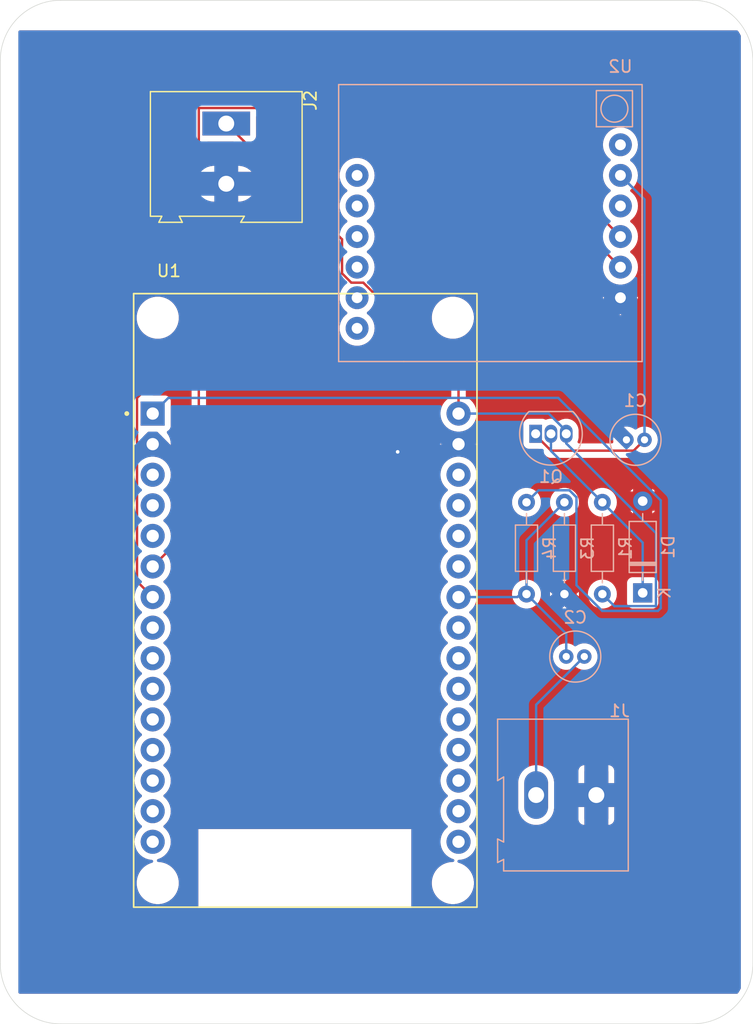
<source format=kicad_pcb>
(kicad_pcb (version 20240108) (generator "pcbnew") (generator_version "8.0")
  (layers (0 "F.Cu" signal) (31 "B.Cu" signal) (34 "B.Paste" user) (35 "F.Paste" user) (36 "B.SilkS" user "B.Silkscreen") (37 "F.SilkS" user "F.Silkscreen") (38 "B.Mask" user) (39 "F.Mask" user) (44 "Edge.Cuts" user))
  (net 0 "")
  (net 1 "Net-(Q1-E)")
  (net 9 "Net-(U1-RX2)")
  (net 16 "Net-(U1-3V3)")
  (net 34 "Net-(J2-Pin_1)")
  (net 35 "GND")
  (net 36 "Net-(D1-K)")
  (net 38 "Net-(U1-D26)")
  (net 39 "Net-(U1-TX2)")
  (net 40 "Net-(J1-Pin_2)")
  (footprint "TerminalBlock:TerminalBlock_Altech_AK300-2_P5.00mm" (layer "F.Cu") (at 124.765 75.235 -90)
    (property "Reference" "J2" (at -1.92 -6.99 90) (layer "F.SilkS"))
    (property "Value" "Screw_Terminal_01x02")
    (fp_line (start -2.65 6.3) (end 7.7 6.3) (stroke (width 0.12)) (layer "F.SilkS"))
    (fp_line (start 7.7 6.3) (end 7.7 5.35) (stroke (width 0.12)) (layer "F.SilkS"))
    (fp_line (start 8.2 5.6) (end 8.2 3.7) (stroke (width 0.12)) (layer "F.SilkS"))
    (fp_line (start 7.7 5.35) (end 8.2 5.6) (stroke (width 0.12)) (layer "F.SilkS"))
    (fp_line (start 7.7 3.9) (end 7.7 -1.5) (stroke (width 0.12)) (layer "F.SilkS"))
    (fp_line (start 8.2 3.7) (end 8.2 3.65) (stroke (width 0.12)) (layer "F.SilkS"))
    (fp_line (start 8.2 3.65) (end 7.7 3.9) (stroke (width 0.12)) (layer "F.SilkS"))
    (fp_line (start 8.2 -1.2) (end 8.2 -6.3) (stroke (width 0.12)) (layer "F.SilkS"))
    (fp_line (start 7.7 -1.5) (end 8.2 -1.2) (stroke (width 0.12)) (layer "F.SilkS"))
    (fp_line (start -2.65 -6.3) (end -2.65 6.3) (stroke (width 0.12)) (layer "F.SilkS"))
    (fp_line (start 8.2 -6.3) (end -2.65 -6.3) (stroke (width 0.12)) (layer "F.SilkS"))
    (pad "1" thru_hole rect (at 0 0 270) (size 1.98 3.96) (drill 1.32) (layers "*.Cu" "*.Mask") (net 34 "Net-(J2-Pin_1)"))
    (pad "2" thru_hole oval (at 5 0 270) (size 1.98 3.96) (drill 1.32) (layers "*.Cu" "*.Mask") (net 35 "GND"))
  )
  (footprint "RF_GSM:MODULE_ESP32_DEVKIT_V1" (layer "F.Cu") (at 131.355 114.835)
    (property "Reference" "U1" (at -11.355 -27.36 0) (layer "F.SilkS"))
    (property "Value" "ESP32-DEVKIT-V1")
    (fp_line (start -14.28 -25.475) (end -3.211 -25.475) (stroke (width 0.127)) (layer "F.SilkS"))
    (fp_line (start -14.28 -25.475) (end 14.23 -25.475) (stroke (width 0.127)) (layer "F.SilkS"))
    (fp_line (start -14.28 25.475) (end -14.28 -25.475) (stroke (width 0.127)) (layer "F.SilkS"))
    (fp_line (start -14.28 25.475) (end -14.28 -25.475) (stroke (width 0.127)) (layer "F.SilkS"))
    (fp_line (start -14.28 25.475) (end -8.91 25.475) (stroke (width 0.127)) (layer "F.SilkS"))
    (fp_line (start -8.91 25.475) (end 8.78 25.475) (stroke (width 0.127)) (layer "F.SilkS"))
    (fp_line (start -3.211 -25.475) (end 3.5 -25.475) (stroke (width 0.127)) (layer "F.SilkS"))
    (fp_line (start 3.5 -25.475) (end 14.23 -25.475) (stroke (width 0.127)) (layer "F.SilkS"))
    (fp_line (start 8.78 25.475) (end 14.23 25.475) (stroke (width 0.127)) (layer "F.SilkS"))
    (fp_line (start 14.23 -25.475) (end 14.23 25.475) (stroke (width 0.127)) (layer "F.SilkS"))
    (fp_line (start 14.23 -25.475) (end 14.23 25.475) (stroke (width 0.127)) (layer "F.SilkS"))
    (fp_line (start 14.23 25.475) (end -14.28 25.475) (stroke (width 0.127)) (layer "F.SilkS"))
    (fp_circle (center -14.85 -15.515) (end -14.75 -15.515) (stroke (width 0.2)) (fill none) (layer "F.SilkS"))
    (pad "" np_thru_hole circle (at -12.28 -23.475) (size 3 3) (drill 3) (layers "*.Cu" "*.Mask"))
    (pad "" np_thru_hole circle (at -12.28 23.475) (size 3 3) (drill 3) (layers "*.Cu" "*.Mask"))
    (pad "" np_thru_hole circle (at 12.23 -23.475) (size 3 3) (drill 3) (layers "*.Cu" "*.Mask"))
    (pad "" np_thru_hole circle (at 12.23 23.475) (size 3 3) (drill 3) (layers "*.Cu" "*.Mask"))
    (pad "1" thru_hole rect (at -12.7 -15.515) (size 2 2) (drill 1.02) (layers "*.Cu" "*.Mask") (net 16 "Net-(U1-3V3)"))
    (pad "2" thru_hole circle (at -12.7 -12.975) (size 2 2) (drill 1.02) (layers "*.Cu" "*.Mask") (net 35 "GND"))
    (pad "3" thru_hole circle (at -12.7 -10.435) (size 2 2) (drill 1.02) (layers "*.Cu" "*.Mask"))
    (pad "4" thru_hole circle (at -12.7 -7.895) (size 2 2) (drill 1.02) (layers "*.Cu" "*.Mask"))
    (pad "5" thru_hole circle (at -12.7 -5.355) (size 2 2) (drill 1.02) (layers "*.Cu" "*.Mask"))
    (pad "6" thru_hole circle (at -12.7 -2.815) (size 2 2) (drill 1.02) (layers "*.Cu" "*.Mask") (net 9 "Net-(U1-RX2)"))
    (pad "7" thru_hole circle (at -12.7 -0.275) (size 2 2) (drill 1.02) (layers "*.Cu" "*.Mask") (net 39 "Net-(U1-TX2)"))
    (pad "8" thru_hole circle (at -12.7 2.265) (size 2 2) (drill 1.02) (layers "*.Cu" "*.Mask"))
    (pad "9" thru_hole circle (at -12.7 4.805) (size 2 2) (drill 1.02) (layers "*.Cu" "*.Mask"))
    (pad "10" thru_hole circle (at -12.7 7.345) (size 2 2) (drill 1.02) (layers "*.Cu" "*.Mask"))
    (pad "11" thru_hole circle (at -12.7 9.885) (size 2 2) (drill 1.02) (layers "*.Cu" "*.Mask"))
    (pad "12" thru_hole circle (at -12.7 12.425) (size 2 2) (drill 1.02) (layers "*.Cu" "*.Mask"))
    (pad "13" thru_hole circle (at -12.7 14.965) (size 2 2) (drill 1.02) (layers "*.Cu" "*.Mask"))
    (pad "14" thru_hole circle (at -12.7 17.505) (size 2 2) (drill 1.02) (layers "*.Cu" "*.Mask"))
    (pad "15" thru_hole circle (at -12.7 20.045) (size 2 2) (drill 1.02) (layers "*.Cu" "*.Mask"))
    (pad "16" thru_hole circle (at 12.7 20.045) (size 2 2) (drill 1.02) (layers "*.Cu" "*.Mask"))
    (pad "17" thru_hole circle (at 12.7 17.505) (size 2 2) (drill 1.02) (layers "*.Cu" "*.Mask"))
    (pad "18" thru_hole circle (at 12.7 14.965) (size 2 2) (drill 1.02) (layers "*.Cu" "*.Mask"))
    (pad "19" thru_hole circle (at 12.7 12.425) (size 2 2) (drill 1.02) (layers "*.Cu" "*.Mask"))
    (pad "20" thru_hole circle (at 12.7 9.885) (size 2 2) (drill 1.02) (layers "*.Cu" "*.Mask"))
    (pad "21" thru_hole circle (at 12.7 7.345) (size 2 2) (drill 1.02) (layers "*.Cu" "*.Mask"))
    (pad "22" thru_hole circle (at 12.7 4.805) (size 2 2) (drill 1.02) (layers "*.Cu" "*.Mask"))
    (pad "23" thru_hole circle (at 12.7 2.265) (size 2 2) (drill 1.02) (layers "*.Cu" "*.Mask"))
    (pad "24" thru_hole circle (at 12.7 -0.275) (size 2 2) (drill 1.02) (layers "*.Cu" "*.Mask") (net 38 "Net-(U1-D26)"))
    (pad "25" thru_hole circle (at 12.7 -2.815) (size 2 2) (drill 1.02) (layers "*.Cu" "*.Mask"))
    (pad "26" thru_hole circle (at 12.7 -5.355) (size 2 2) (drill 1.02) (layers "*.Cu" "*.Mask"))
    (pad "27" thru_hole circle (at 12.7 -7.895) (size 2 2) (drill 1.02) (layers "*.Cu" "*.Mask"))
    (pad "28" thru_hole circle (at 12.7 -10.435) (size 2 2) (drill 1.02) (layers "*.Cu" "*.Mask"))
    (pad "29" thru_hole circle (at 12.7 -12.975) (size 2 2) (drill 1.02) (layers "*.Cu" "*.Mask") (net 35 "GND"))
    (pad "30" thru_hole circle (at 12.7 -15.515) (size 2 2) (drill 1.02) (layers "*.Cu" "*.Mask") (net 34 "Net-(J2-Pin_1)"))
    (zone (net 0) (net_name "") (layer "F.Cu") (connect_pads (clearance 0)) (min_thickness 0.01)
      (keepout (tracks not_allowed) (vias not_allowed) (pads not_allowed) (copperpour not_allowed) (footprints allowed))
      (fill (thermal_gap 0.508) (thermal_bridge_width 0.508))
      (polygon (pts (xy 122.445 133.82) (xy 140.135 133.82) (xy 140.135 140.31) (xy 122.445 140.31)))
    )
    (zone (net 0) (net_name "") (layer "B.Cu") (connect_pads (clearance 0)) (min_thickness 0.01)
      (keepout (tracks not_allowed) (vias not_allowed) (pads not_allowed) (copperpour not_allowed) (footprints allowed))
      (fill (thermal_gap 0.508) (thermal_bridge_width 0.508))
      (polygon (pts (xy 122.445 133.82) (xy 140.135 133.82) (xy 140.135 140.31) (xy 122.445 140.31)))
    )
  )
  (footprint "Resistor_THT:R_Axial_DIN0204_L3.6mm_D1.6mm_P7.62mm_Horizontal" (layer "B.Cu") (at 152.85 114.31 90)
    (property "Reference" "R3" (at 3.81 1.92 90) (layer "B.SilkS") (effects (justify mirror)))
    (property "Value" "R")
    (fp_line (start 5.73 -0.92) (end 1.89 -0.92) (stroke (width 0.12)) (layer "B.SilkS"))
    (fp_line (start 1.89 -0.92) (end 1.89 0.92) (stroke (width 0.12)) (layer "B.SilkS"))
    (fp_line (start 5.73 0) (end 6.68 0) (stroke (width 0.12)) (layer "B.SilkS"))
    (fp_line (start 1.89 0) (end 0.94 0) (stroke (width 0.12)) (layer "B.SilkS"))
    (fp_line (start 5.73 0.92) (end 5.73 -0.92) (stroke (width 0.12)) (layer "B.SilkS"))
    (fp_line (start 1.89 0.92) (end 5.73 0.92) (stroke (width 0.12)) (layer "B.SilkS"))
    (pad "1" thru_hole circle (at 0 0 90) (size 1.4 1.4) (drill 0.7) (layers "*.Cu" "*.Mask") (net 35 "GND"))
    (pad "2" thru_hole oval (at 7.62 0 90) (size 1.4 1.4) (drill 0.7) (layers "*.Cu" "*.Mask") (net 38 "Net-(U1-D26)"))
  )
  (footprint "Resistor_THT:R_Axial_DIN0204_L3.6mm_D1.6mm_P7.62mm_Horizontal" (layer "B.Cu") (at 149.7 114.31 90)
    (property "Reference" "R4" (at 3.81 1.92 90) (layer "B.SilkS") (effects (justify mirror)))
    (property "Value" "R")
    (fp_line (start 5.73 -0.92) (end 1.89 -0.92) (stroke (width 0.12)) (layer "B.SilkS"))
    (fp_line (start 1.89 -0.92) (end 1.89 0.92) (stroke (width 0.12)) (layer "B.SilkS"))
    (fp_line (start 5.73 0) (end 6.68 0) (stroke (width 0.12)) (layer "B.SilkS"))
    (fp_line (start 1.89 0) (end 0.94 0) (stroke (width 0.12)) (layer "B.SilkS"))
    (fp_line (start 5.73 0.92) (end 5.73 -0.92) (stroke (width 0.12)) (layer "B.SilkS"))
    (fp_line (start 1.89 0.92) (end 5.73 0.92) (stroke (width 0.12)) (layer "B.SilkS"))
    (pad "1" thru_hole circle (at 0 0 90) (size 1.4 1.4) (drill 0.7) (layers "*.Cu" "*.Mask") (net 38 "Net-(U1-D26)"))
    (pad "2" thru_hole oval (at 7.62 0 90) (size 1.4 1.4) (drill 0.7) (layers "*.Cu" "*.Mask") (net 16 "Net-(U1-3V3)"))
  )
  (footprint "Resistor_THT:R_Axial_DIN0204_L3.6mm_D1.6mm_P7.62mm_Horizontal" (layer "B.Cu") (at 156 114.31 90)
    (property "Reference" "R1" (at 3.81 1.92 90) (layer "B.SilkS") (effects (justify mirror)))
    (property "Value" "R")
    (fp_line (start 5.73 -0.92) (end 1.89 -0.92) (stroke (width 0.12)) (layer "B.SilkS"))
    (fp_line (start 1.89 -0.92) (end 1.89 0.92) (stroke (width 0.12)) (layer "B.SilkS"))
    (fp_line (start 5.73 0) (end 6.68 0) (stroke (width 0.12)) (layer "B.SilkS"))
    (fp_line (start 1.89 0) (end 0.94 0) (stroke (width 0.12)) (layer "B.SilkS"))
    (fp_line (start 5.73 0.92) (end 5.73 -0.92) (stroke (width 0.12)) (layer "B.SilkS"))
    (fp_line (start 1.89 0.92) (end 5.73 0.92) (stroke (width 0.12)) (layer "B.SilkS"))
    (pad "1" thru_hole circle (at 0 0 90) (size 1.4 1.4) (drill 0.7) (layers "*.Cu" "*.Mask") (net 34 "Net-(J2-Pin_1)"))
    (pad "2" thru_hole oval (at 7.62 0 90) (size 1.4 1.4) (drill 0.7) (layers "*.Cu" "*.Mask") (net 36 "Net-(D1-K)"))
  )
  (footprint "TerminalBlock:TerminalBlock_Altech_AK300-2_P5.00mm" (layer "B.Cu") (at 155.5 131 180)
    (property "Reference" "J1" (at -1.92 6.99 0) (layer "B.SilkS") (effects (justify mirror)))
    (property "Value" "Screw_Terminal_01x02")
    (fp_line (start 8.2 6.3) (end 8.2 1.2) (stroke (width 0.12)) (layer "B.SilkS"))
    (fp_line (start 8.2 1.2) (end 7.7 1.5) (stroke (width 0.12)) (layer "B.SilkS"))
    (fp_line (start 8.2 -3.65) (end 8.2 -3.7) (stroke (width 0.12)) (layer "B.SilkS"))
    (fp_line (start 8.2 -3.7) (end 8.2 -5.6) (stroke (width 0.12)) (layer "B.SilkS"))
    (fp_line (start 8.2 -5.6) (end 7.7 -5.35) (stroke (width 0.12)) (layer "B.SilkS"))
    (fp_line (start 7.7 1.5) (end 7.7 -3.9) (stroke (width 0.12)) (layer "B.SilkS"))
    (fp_line (start 7.7 -3.9) (end 8.2 -3.65) (stroke (width 0.12)) (layer "B.SilkS"))
    (fp_line (start 7.7 -5.35) (end 7.7 -6.3) (stroke (width 0.12)) (layer "B.SilkS"))
    (fp_line (start 7.7 -6.3) (end -2.65 -6.3) (stroke (width 0.12)) (layer "B.SilkS"))
    (fp_line (start -2.65 6.3) (end 8.2 6.3) (stroke (width 0.12)) (layer "B.SilkS"))
    (fp_line (start -2.65 -6.3) (end -2.65 6.3) (stroke (width 0.12)) (layer "B.SilkS"))
    (pad "1" thru_hole rect (at 0 0 180) (size 1.98 3.96) (drill 1.32) (layers "*.Cu" "*.Mask") (net 35 "GND"))
    (pad "2" thru_hole oval (at 5 0 180) (size 1.98 3.96) (drill 1.32) (layers "*.Cu" "*.Mask") (net 40 "Net-(J1-Pin_2)"))
  )
  (footprint "Capacitor_THT:C_Radial_D4.0mm_H7.0mm_P1.50mm" (layer "B.Cu") (at 154.5 119.5 180)
    (property "Reference" "C2" (at 0.75 3.25 0) (layer "B.SilkS") (effects (justify mirror)))
    (property "Value" "C")
    (fp_circle (center 0.75 0) (end 2.87 0) (stroke (width 0.12)) (fill none) (layer "B.SilkS"))
    (pad "1" thru_hole circle (at 0 0 180) (size 1.2 1.2) (drill 0.6) (layers "*.Cu" "*.Mask") (net 40 "Net-(J1-Pin_2)"))
    (pad "2" thru_hole circle (at 1.5 0 180) (size 1.2 1.2) (drill 0.6) (layers "*.Cu" "*.Mask") (net 38 "Net-(U1-D26)"))
  )
  (footprint "Capacitor_THT:C_Radial_D4.0mm_H7.0mm_P1.50mm" (layer "B.Cu") (at 159.5 101.5 180)
    (property "Reference" "C1" (at 0.75 3.25 0) (layer "B.SilkS") (effects (justify mirror)))
    (property "Value" "C")
    (fp_circle (center 0.75 0) (end 2.87 0) (stroke (width 0.12)) (fill none) (layer "B.SilkS"))
    (pad "1" thru_hole circle (at 0 0 180) (size 1.2 1.2) (drill 0.6) (layers "*.Cu" "*.Mask") (net 1 "Net-(Q1-E)"))
    (pad "2" thru_hole circle (at 1.5 0 180) (size 1.2 1.2) (drill 0.6) (layers "*.Cu" "*.Mask") (net 35 "GND"))
  )
  (footprint "RF_GSM:SIM800L-CORE" (layer "B.Cu") (at 157.5 77 180)
    (property "Reference" "U2" (at 0 6.5 0) (layer "B.SilkS") (effects (justify mirror)))
    (property "Value" "SIM800L-CORE")
    (fp_line (start 23.4 5) (end 23.4 -18) (stroke (width 0.12)) (layer "B.SilkS"))
    (fp_line (start 23.4 -18) (end 18 -18) (stroke (width 0.12)) (layer "B.SilkS"))
    (fp_line (start 23 5) (end 23.4 5) (stroke (width 0.12)) (layer "B.SilkS"))
    (fp_line (start 23 5) (end 20 5) (stroke (width 0.12)) (layer "B.SilkS"))
    (fp_line (start 20 5) (end 0 5) (stroke (width 0.12)) (layer "B.SilkS"))
    (fp_line (start 18 -18) (end 0 -18) (stroke (width 0.12)) (layer "B.SilkS"))
    (fp_line (start 0 -18) (end -1.8 -18) (stroke (width 0.12)) (layer "B.SilkS"))
    (fp_line (start -1.8 5) (end 0 5) (stroke (width 0.12)) (layer "B.SilkS"))
    (fp_line (start -1.8 5) (end -1.8 -10.8) (stroke (width 0.12)) (layer "B.SilkS"))
    (fp_line (start -1.8 -18) (end -1.8 -10.8) (stroke (width 0.12)) (layer "B.SilkS"))
    (fp_rect (start 2 1.5) (end -1 4.5) (stroke (width 0.12)) (fill none) (layer "B.SilkS"))
    (fp_circle (center 0.5 3) (end 1.5 2.5) (stroke (width 0.12)) (fill none) (layer "B.SilkS"))
    (pad "1" thru_hole circle (at 0 0 180) (size 1.9 1.9) (drill 0.9) (layers "*.Cu" "*.Mask"))
    (pad "2" thru_hole circle (at 0 -2.54 180) (size 1.9 1.9) (drill 0.9) (layers "*.Cu" "*.Mask") (net 1 "Net-(Q1-E)"))
    (pad "3" thru_hole circle (at 0 -5.08 180) (size 1.9 1.9) (drill 0.9) (layers "*.Cu" "*.Mask"))
    (pad "4" thru_hole circle (at 0 -7.62 180) (size 1.9 1.9) (drill 0.9) (layers "*.Cu" "*.Mask") (net 39 "Net-(U1-TX2)"))
    (pad "5" thru_hole circle (at 0 -10.16 180) (size 1.9 1.9) (drill 0.9) (layers "*.Cu" "*.Mask") (net 9 "Net-(U1-RX2)"))
    (pad "6" thru_hole circle (at 0 -12.7 180) (size 1.9 1.9) (drill 0.9) (layers "*.Cu" "*.Mask") (net 35 "GND"))
    (pad "7" thru_hole circle (at 21.87 -15.24 180) (size 1.9 1.9) (drill 0.9) (layers "*.Cu" "*.Mask"))
    (pad "8" thru_hole circle (at 21.87 -12.7 180) (size 1.9 1.9) (drill 0.9) (layers "*.Cu" "*.Mask"))
    (pad "9" thru_hole circle (at 21.87 -10.16 180) (size 1.9 1.9) (drill 0.9) (layers "*.Cu" "*.Mask"))
    (pad "10" thru_hole circle (at 21.87 -7.62 180) (size 1.9 1.9) (drill 0.9) (layers "*.Cu" "*.Mask"))
    (pad "11" thru_hole circle (at 21.87 -5.08 180) (size 1.9 1.9) (drill 0.9) (layers "*.Cu" "*.Mask"))
    (pad "12" thru_hole circle (at 21.87 -2.54 180) (size 1.9 1.9) (drill 0.9) (layers "*.Cu" "*.Mask"))
  )
  (footprint "Package_TO_SOT_THT:TO-92_Inline" (layer "B.Cu") (at 150.46 101)
    (property "Reference" "Q1" (at 1.27 3.56 360) (layer "B.SilkS") (effects (justify mirror)))
    (property "Value" "2N3904")
    (fp_line (start 3.07 -1.85) (end -0.53 -1.85) (stroke (width 0.12)) (layer "B.SilkS"))
    (fp_arc (start 1.27 2.6) (mid -1.132087 0.994977) (end -0.568478 -1.838478) (stroke (width 0.12)) (layer "B.SilkS"))
    (fp_arc (start 3.108478 -1.838478) (mid 3.672087 0.994977) (end 1.27 2.6) (stroke (width 0.12)) (layer "B.SilkS"))
    (pad "1" thru_hole rect (at 0 0) (size 1.05 1.5) (drill 0.75) (layers "*.Cu" "*.Mask") (net 1 "Net-(Q1-E)"))
    (pad "2" thru_hole oval (at 1.27 0) (size 1.05 1.5) (drill 0.75) (layers "*.Cu" "*.Mask") (net 36 "Net-(D1-K)"))
    (pad "3" thru_hole oval (at 2.54 0) (size 1.05 1.5) (drill 0.75) (layers "*.Cu" "*.Mask") (net 34 "Net-(J2-Pin_1)"))
  )
  (footprint "Diode_THT:D_DO-35_SOD27_P7.62mm_Horizontal" (layer "B.Cu") (at 159.35 114.21 90)
    (property "Reference" "D1" (at 3.81 2.12 90) (layer "B.SilkS") (effects (justify mirror)))
    (property "Value" "D_Zener")
    (fp_line (start 5.93 -1.12) (end 1.69 -1.12) (stroke (width 0.12)) (layer "B.SilkS"))
    (fp_line (start 2.53 -1.12) (end 2.53 1.12) (stroke (width 0.12)) (layer "B.SilkS"))
    (fp_line (start 2.41 -1.12) (end 2.41 1.12) (stroke (width 0.12)) (layer "B.SilkS"))
    (fp_line (start 2.29 -1.12) (end 2.29 1.12) (stroke (width 0.12)) (layer "B.SilkS"))
    (fp_line (start 1.69 -1.12) (end 1.69 1.12) (stroke (width 0.12)) (layer "B.SilkS"))
    (fp_line (start 5.93 0) (end 6.58 0) (stroke (width 0.12)) (layer "B.SilkS"))
    (fp_line (start 1.69 0) (end 1.04 0) (stroke (width 0.12)) (layer "B.SilkS"))
    (fp_line (start 5.93 1.12) (end 5.93 -1.12) (stroke (width 0.12)) (layer "B.SilkS"))
    (fp_line (start 1.69 1.12) (end 5.93 1.12) (stroke (width 0.12)) (layer "B.SilkS"))
    (fp_text user "K" (at 0 1.8 90) (layer "B.SilkS") (effects (justify mirror)))
    (pad "1" thru_hole rect (at 0 0 90) (size 1.6 1.6) (drill 0.8) (layers "*.Cu" "*.Mask") (net 36 "Net-(D1-K)"))
    (pad "2" thru_hole oval (at 7.62 0 90) (size 1.6 1.6) (drill 0.8) (layers "*.Cu" "*.Mask") (net 35 "GND"))
  )
  (gr_arc (start 163.5 65) (mid 167.035534 66.464466) (end 168.5 70) (stroke (width 0.05)) (layer "Edge.Cuts"))
  (gr_arc (start 168.5 145) (mid 167.035534 148.535534) (end 163.5 150) (stroke (width 0.05)) (layer "Edge.Cuts"))
  (gr_line (start 168.5 70) (end 168.5 145) (stroke (width 0.05)) (layer "Edge.Cuts"))
  (gr_line (start 111 65) (end 163.5 65) (stroke (width 0.05)) (layer "Edge.Cuts"))
  (gr_line (start 106 70) (end 106 145) (stroke (width 0.05)) (layer "Edge.Cuts"))
  (gr_arc (start 111 150) (mid 107.464466 148.535534) (end 106 145) (stroke (width 0.05)) (layer "Edge.Cuts"))
  (gr_line (start 111 150) (end 163.5 150) (stroke (width 0.05)) (layer "Edge.Cuts"))
  (gr_arc (start 106 70) (mid 107.464466 66.464466) (end 111 65) (stroke (width 0.05)) (layer "Edge.Cuts"))
  (segment (start 158.6 102.4) (end 159.5 101.5) (width 0.2) (layer "F.Cu") (net 1))
  (segment (start 151.738274 102.4) (end 158.6 102.4) (width 0.2) (layer "F.Cu") (net 1))
  (segment (start 150.46 101) (end 150.46 101.121726) (width 0.2) (layer "F.Cu") (net 1))
  (segment (start 150.46 101.121726) (end 151.738274 102.4) (width 0.2) (layer "F.Cu") (net 1))
  (segment (start 157.5 79.54) (end 159.5 81.54) (width 0.2) (layer "B.Cu") (net 1))
  (segment (start 159.5 81.54) (end 159.5 101.5) (width 0.2) (layer "B.Cu") (net 1))
  (segment (start 122.485 108.19) (end 122.485 73.945) (width 0.2) (layer "F.Cu") (net 9))
  (segment (start 144.285 73.945) (end 157.5 87.16) (width 0.2) (layer "F.Cu") (net 9))
  (segment (start 122.485 73.945) (end 144.285 73.945) (width 0.2) (layer "F.Cu") (net 9))
  (segment (start 118.655 112.02) (end 122.485 108.19) (width 0.2) (layer "F.Cu") (net 9))
  (segment (start 160.85 115.475685) (end 160.615685 115.71) (width 0.2) (layer "B.Cu") (net 16))
  (segment (start 150.7 105.69) (end 149.7 106.69) (width 0.2) (layer "B.Cu") (net 16))
  (segment (start 152.335635 98.02) (end 160.85 106.534365) (width 0.2) (layer "B.Cu") (net 16))
  (segment (start 118.655 99.32) (end 119.955 98.02) (width 0.2) (layer "B.Cu") (net 16))
  (segment (start 160.615685 115.71) (end 155.985786 115.71) (width 0.2) (layer "B.Cu") (net 16))
  (segment (start 119.955 98.02) (end 152.335635 98.02) (width 0.2) (layer "B.Cu") (net 16))
  (segment (start 155.985786 115.71) (end 153.85 113.574214) (width 0.2) (layer "B.Cu") (net 16))
  (segment (start 153.85 106.275786) (end 153.264214 105.69) (width 0.2) (layer "B.Cu") (net 16))
  (segment (start 160.85 106.534365) (end 160.85 115.475685) (width 0.2) (layer "B.Cu") (net 16))
  (segment (start 153.264214 105.69) (end 150.7 105.69) (width 0.2) (layer "B.Cu") (net 16))
  (segment (start 153.85 113.574214) (end 153.85 106.275786) (width 0.2) (layer "B.Cu") (net 16))
  (segment (start 124.765 75.235) (end 134.38 84.85) (width 0.2) (layer "F.Cu") (net 34))
  (segment (start 136.147767 88.45) (end 144.055 96.357233) (width 0.2) (layer "F.Cu") (net 34))
  (segment (start 135.152233 88.45) (end 136.147767 88.45) (width 0.2) (layer "F.Cu") (net 34))
  (segment (start 134.38 87.677767) (end 135.152233 88.45) (width 0.2) (layer "F.Cu") (net 34))
  (segment (start 144.055 96.357233) (end 144.055 99.32) (width 0.2) (layer "F.Cu") (net 34))
  (segment (start 134.38 84.85) (end 134.38 87.677767) (width 0.2) (layer "F.Cu") (net 34))
  (segment (start 157 115.31) (end 160.45 115.31) (width 0.2) (layer "B.Cu") (net 34))
  (segment (start 160.45 109.245635) (end 153 101.795635) (width 0.2) (layer "B.Cu") (net 34))
  (segment (start 153 100.775) (end 153 101) (width 0.2) (layer "B.Cu") (net 34))
  (segment (start 144.055 99.32) (end 151.545 99.32) (width 0.2) (layer "B.Cu") (net 34))
  (segment (start 151.545 99.32) (end 153 100.775) (width 0.2) (layer "B.Cu") (net 34))
  (segment (start 153 101.795635) (end 153 101) (width 0.2) (layer "B.Cu") (net 34))
  (segment (start 160.45 115.31) (end 160.45 109.245635) (width 0.2) (layer "B.Cu") (net 34))
  (segment (start 156 114.31) (end 157 115.31) (width 0.2) (layer "B.Cu") (net 34))
  (via (at 139 102.5) (size 0.6) (drill 0.3) (layers "F.Cu" "B.Cu") (net 35))
  (segment (start 156 106.69) (end 151.73 102.42) (width 0.2) (layer "B.Cu") (net 36))
  (segment (start 151.73 102.42) (end 151.73 101) (width 0.2) (layer "B.Cu") (net 36))
  (segment (start 159.35 114.21) (end 159.35 110.04) (width 0.2) (layer "B.Cu") (net 36))
  (segment (start 159.35 110.04) (end 156 106.69) (width 0.2) (layer "B.Cu") (net 36))
  (segment (start 149.7 109.84) (end 152.85 106.69) (width 0.2) (layer "B.Cu") (net 38))
  (segment (start 149.19 114.31) (end 148.94 114.56) (width 0.2) (layer "B.Cu") (net 38))
  (segment (start 149.7 114.31) (end 149.19 114.31) (width 0.2) (layer "B.Cu") (net 38))
  (segment (start 153 117.61) (end 149.7 114.31) (width 0.2) (layer "B.Cu") (net 38))
  (segment (start 149.7 114.31) (end 149.7 109.84) (width 0.2) (layer "B.Cu") (net 38))
  (segment (start 148.94 114.56) (end 144.055 114.56) (width 0.2) (layer "B.Cu") (net 38))
  (segment (start 153 119.5) (end 153 117.61) (width 0.2) (layer "B.Cu") (net 38))
  (segment (start 122.085 73.779315) (end 122.319315 73.545) (width 0.2) (layer "F.Cu") (net 39))
  (segment (start 117.355 113.26) (end 117.355 98.02) (width 0.2) (layer "F.Cu") (net 39))
  (segment (start 118.655 114.56) (end 117.355 113.26) (width 0.2) (layer "F.Cu") (net 39))
  (segment (start 122.085 93.29) (end 122.085 73.779315) (width 0.2) (layer "F.Cu") (net 39))
  (segment (start 117.355 98.02) (end 122.085 93.29) (width 0.2) (layer "F.Cu") (net 39))
  (segment (start 122.319315 73.545) (end 146.425 73.545) (width 0.2) (layer "F.Cu") (net 39))
  (segment (start 146.425 73.545) (end 157.5 84.62) (width 0.2) (layer "F.Cu") (net 39))
  (segment (start 150.5 123.5) (end 154.5 119.5) (width 0.2) (layer "B.Cu") (net 40))
  (segment (start 150.5 131) (end 150.5 123.5) (width 0.2) (layer "B.Cu") (net 40))
  (zone (net 35) (net_name "GND") (layers "F&B.Cu") (connect_pads (clearance 0.5)) (min_thickness 0.25) (fill yes (thermal_gap 0.5) (thermal_bridge_width 2))
    (polygon (pts (xy 107.5 67.5) (xy 167.5 67.5) (xy 167.5 147.5) (xy 107.5 147.5)))
  )
)
</source>
